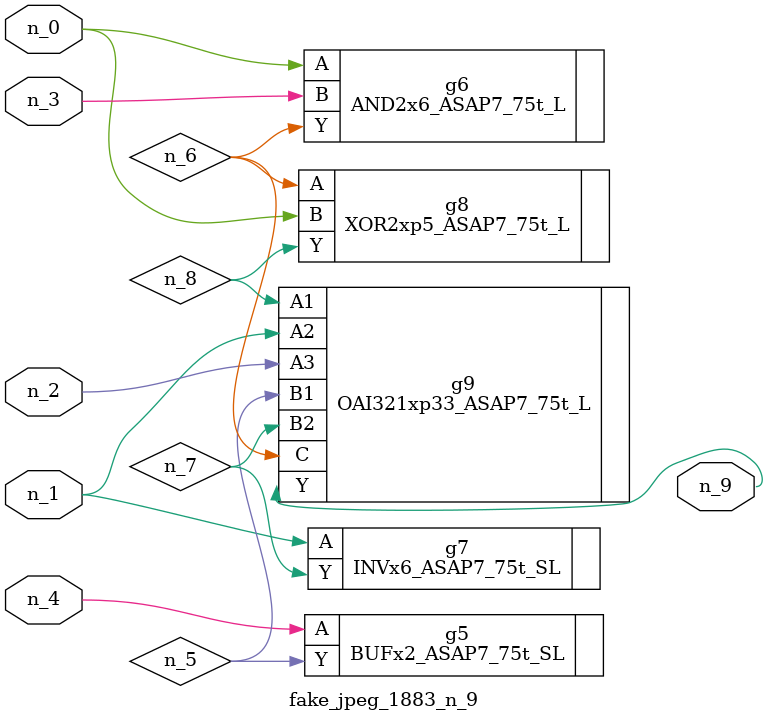
<source format=v>
module fake_jpeg_1883_n_9 (n_3, n_2, n_1, n_0, n_4, n_9);

input n_3;
input n_2;
input n_1;
input n_0;
input n_4;

output n_9;

wire n_8;
wire n_6;
wire n_5;
wire n_7;

BUFx2_ASAP7_75t_SL g5 ( 
.A(n_4),
.Y(n_5)
);

AND2x6_ASAP7_75t_L g6 ( 
.A(n_0),
.B(n_3),
.Y(n_6)
);

INVx6_ASAP7_75t_SL g7 ( 
.A(n_1),
.Y(n_7)
);

XOR2xp5_ASAP7_75t_L g8 ( 
.A(n_6),
.B(n_0),
.Y(n_8)
);

OAI321xp33_ASAP7_75t_L g9 ( 
.A1(n_8),
.A2(n_1),
.A3(n_2),
.B1(n_5),
.B2(n_7),
.C(n_6),
.Y(n_9)
);


endmodule
</source>
